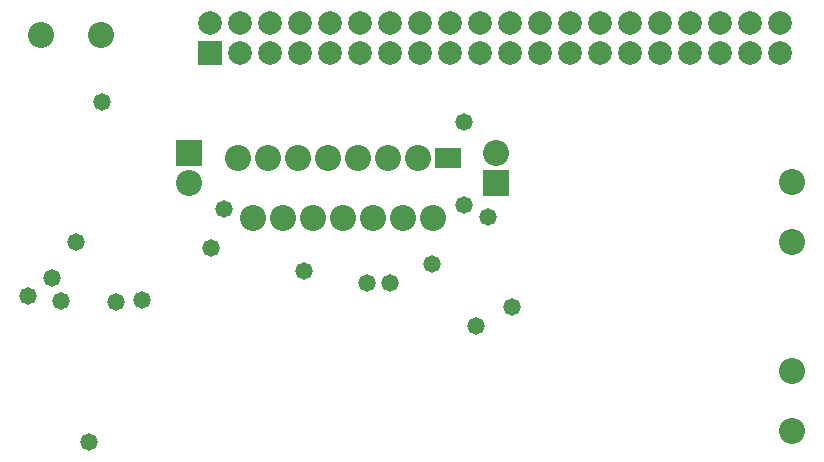
<source format=gbs>
G04*
G04 #@! TF.GenerationSoftware,Altium Limited,Altium Designer,21.0.9 (235)*
G04*
G04 Layer_Color=16711935*
%FSLAX25Y25*%
%MOIN*%
G70*
G04*
G04 #@! TF.SameCoordinates,074C7CE2-B8ED-49E8-8598-2E4F6B166CDE*
G04*
G04*
G04 #@! TF.FilePolarity,Negative*
G04*
G01*
G75*
%ADD35C,0.08674*%
%ADD36R,0.08674X0.08674*%
%ADD37R,0.07887X0.07887*%
%ADD38C,0.07887*%
%ADD39R,0.08674X0.07099*%
%ADD40C,0.05800*%
D35*
X259843Y379764D02*
D03*
X230472Y429134D02*
D03*
X210472D02*
D03*
X460630Y297087D02*
D03*
Y317087D02*
D03*
Y360079D02*
D03*
Y380079D02*
D03*
X362205Y389764D02*
D03*
X341024Y367953D02*
D03*
X336024Y387953D02*
D03*
X331024Y367953D02*
D03*
X326024Y387953D02*
D03*
X321024Y367953D02*
D03*
X316024Y387953D02*
D03*
X311024Y367953D02*
D03*
X306024Y387953D02*
D03*
X301024Y367953D02*
D03*
X296024Y387953D02*
D03*
X291024Y367953D02*
D03*
X286024Y387953D02*
D03*
X281024Y367953D02*
D03*
X276024Y387953D02*
D03*
D36*
X259843Y389764D02*
D03*
X362205Y379764D02*
D03*
D37*
X266772Y423071D02*
D03*
D38*
Y433071D02*
D03*
X276772Y423071D02*
D03*
Y433071D02*
D03*
X286772Y423071D02*
D03*
Y433071D02*
D03*
X296772Y423071D02*
D03*
Y433071D02*
D03*
X306772Y423071D02*
D03*
Y433071D02*
D03*
X316772Y423071D02*
D03*
Y433071D02*
D03*
X326772Y423071D02*
D03*
Y433071D02*
D03*
X336772Y423071D02*
D03*
Y433071D02*
D03*
X346772Y423071D02*
D03*
Y433071D02*
D03*
X356772Y423071D02*
D03*
Y433071D02*
D03*
X366772Y423071D02*
D03*
Y433071D02*
D03*
X376772Y423071D02*
D03*
Y433071D02*
D03*
X386772Y423071D02*
D03*
Y433071D02*
D03*
X396772Y423071D02*
D03*
Y433071D02*
D03*
X406772Y423071D02*
D03*
Y433071D02*
D03*
X416772Y423071D02*
D03*
Y433071D02*
D03*
X426772Y423071D02*
D03*
Y433071D02*
D03*
X436772Y423071D02*
D03*
Y433071D02*
D03*
X446772Y423071D02*
D03*
Y433071D02*
D03*
X456772Y423071D02*
D03*
Y433071D02*
D03*
D39*
X346024Y387953D02*
D03*
D40*
X226378Y293307D02*
D03*
X359351Y368256D02*
D03*
X326772Y346394D02*
D03*
X318898Y346457D02*
D03*
X367451Y338520D02*
D03*
X351351Y372256D02*
D03*
X298151Y350456D02*
D03*
X351461Y399960D02*
D03*
X244151Y340756D02*
D03*
X340551Y352656D02*
D03*
X222151Y360056D02*
D03*
X271251Y370956D02*
D03*
X267151Y358056D02*
D03*
X217151Y340556D02*
D03*
X230651Y406756D02*
D03*
X214151Y348156D02*
D03*
X206151Y341956D02*
D03*
X355315Y332156D02*
D03*
X235501Y340106D02*
D03*
M02*

</source>
